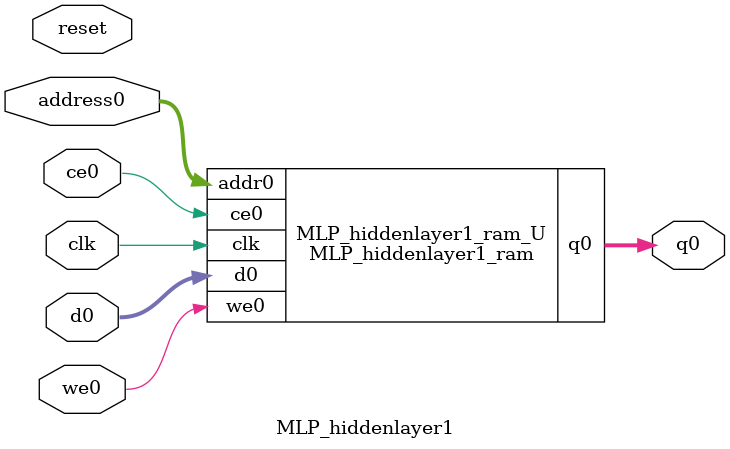
<source format=v>
`timescale 1 ns / 1 ps
module MLP_hiddenlayer1_ram (addr0, ce0, d0, we0, q0,  clk);

parameter DWIDTH = 32;
parameter AWIDTH = 6;
parameter MEM_SIZE = 64;

input[AWIDTH-1:0] addr0;
input ce0;
input[DWIDTH-1:0] d0;
input we0;
output reg[DWIDTH-1:0] q0;
input clk;

(* ram_style = "block" *)reg [DWIDTH-1:0] ram[0:MEM_SIZE-1];




always @(posedge clk)  
begin 
    if (ce0) 
    begin
        if (we0) 
        begin 
            ram[addr0] <= d0; 
        end 
        q0 <= ram[addr0];
    end
end


endmodule

`timescale 1 ns / 1 ps
module MLP_hiddenlayer1(
    reset,
    clk,
    address0,
    ce0,
    we0,
    d0,
    q0);

parameter DataWidth = 32'd32;
parameter AddressRange = 32'd64;
parameter AddressWidth = 32'd6;
input reset;
input clk;
input[AddressWidth - 1:0] address0;
input ce0;
input we0;
input[DataWidth - 1:0] d0;
output[DataWidth - 1:0] q0;



MLP_hiddenlayer1_ram MLP_hiddenlayer1_ram_U(
    .clk( clk ),
    .addr0( address0 ),
    .ce0( ce0 ),
    .we0( we0 ),
    .d0( d0 ),
    .q0( q0 ));

endmodule


</source>
